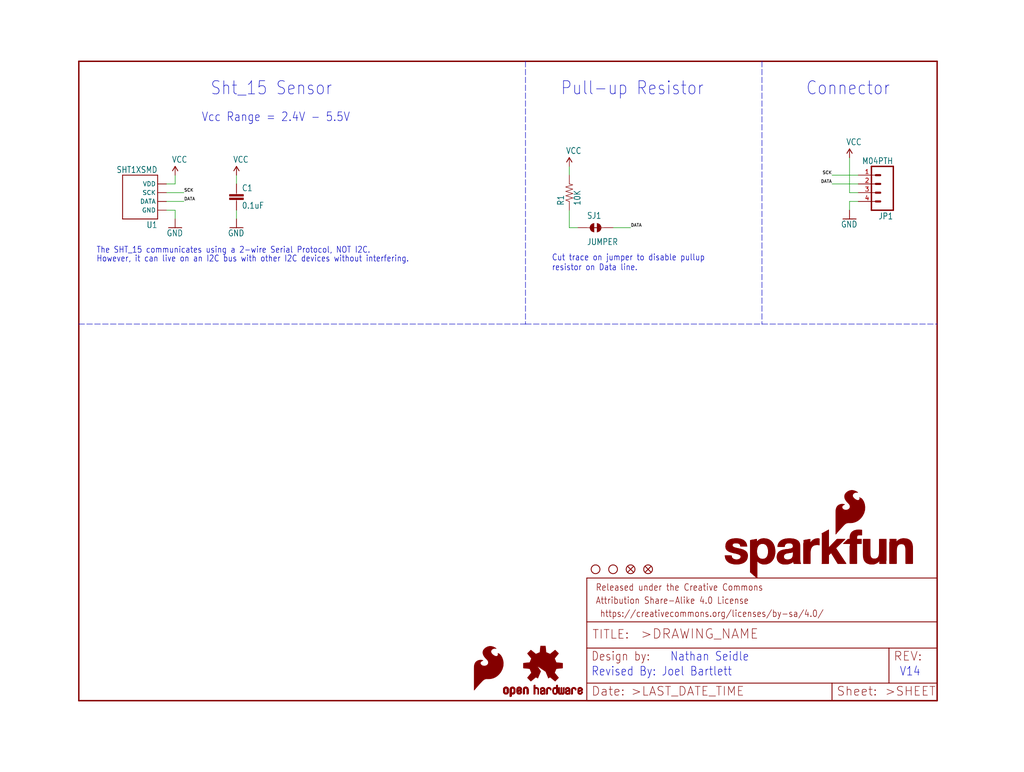
<source format=kicad_sch>
(kicad_sch (version 20211123) (generator eeschema)
  (paper "User" 297.002 223.926)
  (lib_symbols
    (symbol "eagleSchem-eagle-import:0.1UF-25V(+80{slash}-20%)(0603)"
      (property "Reference" "C" (at 1.524 2.921 0))
      (property "Value" "0.1UF-25V(+80{slash}-20%)(0603)" (at 1.524 -2.159 0))
      (symbol "0.1UF-25V(+80{slash}-20%)(0603)_1_0"
        (pin passive line (at 0 5.08 270) (length 2.54) (name "1") (number "1"))
        (pin passive line (at 0 -2.54 90) (length 2.54) (name "2") (number "2"))
      )
    )
    (symbol "eagleSchem-eagle-import:10KOHM-1{slash}10W-1%(0603)0603"
      (property "Reference" "R" (at -3.81 1.4986 0))
      (property "Value" "10KOHM-1{slash}10W-1%(0603)0603" (at -3.81 -3.302 0))
      (symbol "10KOHM-1{slash}10W-1%(0603)0603_1_0"
        (pin passive line (at -5.08 0 0) (length 2.54) (name "1") (number "1"))
        (pin passive line (at 5.08 0 180) (length 2.54) (name "2") (number "2"))
      )
    )
    (symbol "eagleSchem-eagle-import:FIDUCIAL1X2")
    (symbol "eagleSchem-eagle-import:FRAME-LETTER"
      (symbol "FRAME-LETTER_2_0"
        (text " https://creativecommons.org/licenses/by-sa/4.0/" (at 2.54 24.13 0) (effects (font (size 1.9304 1.6408)) (justify left bottom)))
        (text ">DRAWING_NAME" (at 15.494 17.78 0) (effects (font (size 2.7432 2.7432)) (justify left bottom)))
        (text ">LAST_DATE_TIME" (at 12.7 1.27 0) (effects (font (size 2.54 2.54)) (justify left bottom)))
        (text ">SHEET" (at 86.36 1.27 0) (effects (font (size 2.54 2.54)) (justify left bottom)))
        (text "Attribution Share-Alike 4.0 License" (at 2.54 27.94 0) (effects (font (size 1.9304 1.6408)) (justify left bottom)))
        (text "Date:" (at 1.27 1.27 0) (effects (font (size 2.54 2.54)) (justify left bottom)))
        (text "Design by:" (at 1.27 11.43 0) (effects (font (size 2.54 2.159)) (justify left bottom)))
        (text "Released under the Creative Commons" (at 2.54 31.75 0) (effects (font (size 1.9304 1.6408)) (justify left bottom)))
        (text "REV:" (at 88.9 11.43 0) (effects (font (size 2.54 2.54)) (justify left bottom)))
        (text "Sheet:" (at 72.39 1.27 0) (effects (font (size 2.54 2.54)) (justify left bottom)))
        (text "TITLE:" (at 1.524 17.78 0) (effects (font (size 2.54 2.54)) (justify left bottom)))
      )
    )
    (symbol "eagleSchem-eagle-import:GND" (power)
      (property "Value" "GND" (at -2.54 -2.54 0))
      (symbol "GND_1_0"
        (pin power_in line (at 0 2.54 270) (length 2.54) (name "GND") (number "1"))
      )
    )
    (symbol "eagleSchem-eagle-import:JUMPER-PAD-2-NC_BY_TRACE"
      (property "Reference" "SJ" (at -2.54 2.54 0))
      (property "Value" "JUMPER-PAD-2-NC_BY_TRACE" (at -2.54 -5.08 0))
      (symbol "JUMPER-PAD-2-NC_BY_TRACE_1_0"
        (pin passive line (at -5.08 0 0) (length 2.54) (name "1") (number "1"))
        (pin passive line (at 5.08 0 180) (length 2.54) (name "2") (number "2"))
      )
    )
    (symbol "eagleSchem-eagle-import:M04PTH"
      (property "Reference" "JP" (at -5.08 8.382 0))
      (property "Value" "M04PTH" (at -5.08 -7.62 0))
      (symbol "M04PTH_1_0"
        (pin passive line (at 5.08 -2.54 180) (length 5.08) (name "1") (number "1"))
        (pin passive line (at 5.08 0 180) (length 5.08) (name "2") (number "2"))
        (pin passive line (at 5.08 2.54 180) (length 5.08) (name "3") (number "3"))
        (pin passive line (at 5.08 5.08 180) (length 5.08) (name "4") (number "4"))
      )
    )
    (symbol "eagleSchem-eagle-import:OSHW-LOGOS")
    (symbol "eagleSchem-eagle-import:SFE_LOGO_FLAME.1_INCH")
    (symbol "eagleSchem-eagle-import:SFE_LOGO_NAME.1_INCH")
    (symbol "eagleSchem-eagle-import:SFE_LOGO_NAME_FLAME.1_INCH")
    (symbol "eagleSchem-eagle-import:SHT1XSMD"
      (property "Value" "SHT1XSMD" (at -5.08 -7.62 0))
      (symbol "SHT1XSMD_1_0"
        (pin power_in line (at -7.62 5.08 0) (length 2.54) (name "GND") (number "1"))
        (pin bidirectional line (at -7.62 2.54 0) (length 2.54) (name "DATA") (number "2"))
        (pin input line (at -7.62 0 0) (length 2.54) (name "SCK") (number "3"))
        (pin power_in line (at -7.62 -2.54 0) (length 2.54) (name "VDD") (number "4"))
      )
    )
    (symbol "eagleSchem-eagle-import:STAND-OFF")
    (symbol "eagleSchem-eagle-import:VCC" (power)
      (property "Value" "VCC" (at -1.016 3.556 0))
      (symbol "VCC_1_0"
        (pin power_in line (at 0 0 90) (length 2.54) (name "VCC") (number "1"))
      )
    )
  )
  (wire (pts (xy 68.58 63.5) (xy 68.58 60.96)))
  (wire (pts (xy 177.8 66.04) (xy 182.88 66.04)))
  (wire (pts (xy 246.38 58.42) (xy 246.38 60.96)))
  (wire (pts (xy 248.92 50.8) (xy 241.3 50.8)))
  (wire (pts (xy 248.92 55.88) (xy 246.38 55.88)))
  (wire (pts (xy 165.1 48.26) (xy 165.1 50.8)))
  (wire (pts (xy 50.8 53.34) (xy 50.8 50.8)))
  (polyline (pts (xy 152.4 17.78) (xy 152.4 93.98)))
  (wire (pts (xy 48.26 58.42) (xy 53.34 58.42)))
  (wire (pts (xy 48.26 60.96) (xy 50.8 60.96)))
  (polyline (pts (xy 220.98 17.78) (xy 220.98 93.98)))
  (wire (pts (xy 48.26 55.88) (xy 53.34 55.88)))
  (wire (pts (xy 165.1 66.04) (xy 167.64 66.04)))
  (wire (pts (xy 246.38 55.88) (xy 246.38 45.72)))
  (wire (pts (xy 50.8 60.96) (xy 50.8 63.5)))
  (polyline (pts (xy 152.4 93.98) (xy 220.98 93.98)))
  (wire (pts (xy 68.58 50.8) (xy 68.58 53.34)))
  (polyline (pts (xy 220.98 93.98) (xy 271.78 93.98)))
  (polyline (pts (xy 22.86 93.98) (xy 152.4 93.98)))
  (wire (pts (xy 248.92 58.42) (xy 246.38 58.42)))
  (wire (pts (xy 48.26 53.34) (xy 50.8 53.34)))
  (wire (pts (xy 165.1 60.96) (xy 165.1 66.04)))
  (wire (pts (xy 248.92 53.34) (xy 241.3 53.34)))
  (text "However, it can live on an I2C bus with other I2C devices without interfering." (at 27.94 76.2 0) (effects (font (size 1.778 1.5113)) (justify left bottom)))
  (text "Vcc Range = 2.4V - 5.5V" (at 58.42 35.56 180) (effects (font (size 2.54 2.159)) (justify left bottom)))
  (text "The SHT_15 communicates using a 2-wire Serial Protocol, NOT I2C." (at 27.94 73.66 0) (effects (font (size 1.778 1.5113)) (justify left bottom)))
  (text "V14" (at 260.858 196.342 180) (effects (font (size 2.54 2.159)) (justify left bottom)))
  (text "Cut trace on jumper to disable pullup\nresistor on Data line." (at 160.02 78.74 0) (effects (font (size 1.778 1.5113)) (justify left bottom)))
  (text "Pull-up Resistor" (at 162.56 27.94 180) (effects (font (size 3.81 3.2385)) (justify left bottom)))
  (text "Connector" (at 233.68 27.94 180) (effects (font (size 3.81 3.2385)) (justify left bottom)))
  (text "Sht_15 Sensor" (at 60.96 27.94 180) (effects (font (size 3.81 3.2385)) (justify left bottom)))
  (text "Nathan Seidle" (at 194.31 192.024 180) (effects (font (size 2.54 2.159)) (justify left bottom)))
  (text "Revised By: Joel Bartlett" (at 171.45 196.342 180) (effects (font (size 2.54 2.159)) (justify left bottom)))
  (label "DATA" (at 53.34 58.42 0) (effects (font (size 0.889 0.889))))
  (label "DATA" (at 241.3 53.34 180) (effects (font (size 0.889 0.889))))
  (label "SCK" (at 241.3 50.8 180) (effects (font (size 0.889 0.889))))
  (label "DATA" (at 182.88 66.04 0) (effects (font (size 0.889 0.889))))
  (label "SCK" (at 53.34 55.88 0) (effects (font (size 0.889 0.889))))
  (symbol (lib_id "eagleSchem-eagle-import:FIDUCIAL1X2") (at 182.88 165.1 0) (unit 1)
    (property "Reference" "FID1" (effects hide))
    (property "Value" "FIDUCIAL1X2" (effects hide))
    (property "Footprint" "eagleSchem:FIDUCIAL-1X2" (effects hide))
  )
  (symbol (lib_id "eagleSchem-eagle-import:VCC") (at 246.38 45.72 0) (unit 1)
    (property "Reference" "#P+4" (effects hide))
    (property "Value" "VCC" (at 245.364 42.164 0) (effects (font (size 1.778 1.5113)) (justify left bottom)))
    (property "Footprint" "eagleSchem:" (effects hide))
  )
  (symbol (lib_id "eagleSchem-eagle-import:FRAME-LETTER") (at 170.18 203.2 0) (unit 2)
    (property "Reference" "FRAME1" (effects hide))
    (property "Value" "FRAME-LETTER" (effects hide))
    (property "Footprint" "eagleSchem:CREATIVE_COMMONS" (effects hide))
  )
  (symbol (lib_id "eagleSchem-eagle-import:SFE_LOGO_NAME.1_INCH") (at 208.28 167.64 0) (unit 1)
    (property "Reference" "LOGO2" (effects hide))
    (property "Value" "SFE_LOGO_NAME.1_INCH" (effects hide))
    (property "Footprint" "eagleSchem:SFE_LOGO_NAME_.1" (effects hide))
  )
  (symbol (lib_id "eagleSchem-eagle-import:GND") (at 68.58 66.04 0) (unit 1)
    (property "Reference" "#GND3" (effects hide))
    (property "Value" "GND" (at 66.04 68.58 0) (effects (font (size 1.778 1.5113)) (justify left bottom)))
    (property "Footprint" "eagleSchem:" (effects hide))
  )
  (symbol (lib_id "eagleSchem-eagle-import:FRAME-LETTER") (at 22.86 203.2 0) (unit 1)
    (property "Reference" "FRAME1" (effects hide))
    (property "Value" "FRAME-LETTER" (effects hide))
    (property "Footprint" "eagleSchem:CREATIVE_COMMONS" (effects hide))
  )
  (symbol (lib_id "eagleSchem-eagle-import:10KOHM-1{slash}10W-1%(0603)0603") (at 165.1 55.88 90) (unit 1)
    (property "Reference" "R1" (at 163.6014 59.69 0) (effects (font (size 1.778 1.5113)) (justify left bottom)))
    (property "Value" "10K" (at 168.402 59.69 0) (effects (font (size 1.778 1.5113)) (justify left bottom)))
    (property "Footprint" "eagleSchem:0603-RES" (effects hide))
  )
  (symbol (lib_id "eagleSchem-eagle-import:STAND-OFF") (at 172.72 165.1 0) (unit 1)
    (property "Reference" "STANDOFF1" (effects hide))
    (property "Value" "STAND-OFF" (effects hide))
    (property "Footprint" "eagleSchem:STAND-OFF" (effects hide))
  )
  (symbol (lib_id "eagleSchem-eagle-import:0.1UF-25V(+80{slash}-20%)(0603)") (at 68.58 58.42 0) (unit 1)
    (property "Reference" "C1" (at 70.104 55.499 0) (effects (font (size 1.778 1.5113)) (justify left bottom)))
    (property "Value" "0.1uF" (at 70.104 60.579 0) (effects (font (size 1.778 1.5113)) (justify left bottom)))
    (property "Footprint" "eagleSchem:0603-CAP" (effects hide))
  )
  (symbol (lib_id "eagleSchem-eagle-import:GND") (at 246.38 63.5 0) (unit 1)
    (property "Reference" "#GND2" (effects hide))
    (property "Value" "GND" (at 243.84 66.04 0) (effects (font (size 1.778 1.5113)) (justify left bottom)))
    (property "Footprint" "eagleSchem:" (effects hide))
  )
  (symbol (lib_id "eagleSchem-eagle-import:SFE_LOGO_NAME_FLAME.1_INCH") (at 209.5754 168.021 0) (unit 1)
    (property "Reference" "LOGO5" (effects hide))
    (property "Value" "SFE_LOGO_NAME_FLAME.1_INCH" (effects hide))
    (property "Footprint" "eagleSchem:SFE_LOGO_NAME_FLAME_.1" (effects hide))
  )
  (symbol (lib_id "eagleSchem-eagle-import:VCC") (at 165.1 48.26 0) (unit 1)
    (property "Reference" "#P+2" (effects hide))
    (property "Value" "VCC" (at 164.084 44.704 0) (effects (font (size 1.778 1.5113)) (justify left bottom)))
    (property "Footprint" "eagleSchem:" (effects hide))
  )
  (symbol (lib_id "eagleSchem-eagle-import:VCC") (at 50.8 50.8 0) (unit 1)
    (property "Reference" "#P+3" (effects hide))
    (property "Value" "VCC" (at 49.784 47.244 0) (effects (font (size 1.778 1.5113)) (justify left bottom)))
    (property "Footprint" "eagleSchem:" (effects hide))
  )
  (symbol (lib_id "eagleSchem-eagle-import:STAND-OFF") (at 177.8 165.1 0) (unit 1)
    (property "Reference" "STANDOFF2" (effects hide))
    (property "Value" "STAND-OFF" (effects hide))
    (property "Footprint" "eagleSchem:STAND-OFF" (effects hide))
  )
  (symbol (lib_id "eagleSchem-eagle-import:FIDUCIAL1X2") (at 187.96 165.1 0) (unit 1)
    (property "Reference" "FID2" (effects hide))
    (property "Value" "FIDUCIAL1X2" (effects hide))
    (property "Footprint" "eagleSchem:FIDUCIAL-1X2" (effects hide))
  )
  (symbol (lib_id "eagleSchem-eagle-import:JUMPER-PAD-2-NC_BY_TRACE") (at 172.72 66.04 0) (unit 1)
    (property "Reference" "SJ1" (at 170.18 63.5 0) (effects (font (size 1.778 1.5113)) (justify left bottom)))
    (property "Value" "JUMPER" (at 170.18 71.12 0) (effects (font (size 1.778 1.5113)) (justify left bottom)))
    (property "Footprint" "eagleSchem:PAD-JUMPER-2-NC_BY_TRACE_YES_SILK" (effects hide))
  )
  (symbol (lib_id "eagleSchem-eagle-import:M04PTH") (at 254 53.34 180) (unit 1)
    (property "Reference" "JP1" (at 259.08 61.722 0) (effects (font (size 1.778 1.5113)) (justify left bottom)))
    (property "Value" "M04PTH" (at 259.08 45.72 0) (effects (font (size 1.778 1.5113)) (justify left bottom)))
    (property "Footprint" "eagleSchem:1X04" (effects hide))
  )
  (symbol (lib_id "eagleSchem-eagle-import:SHT1XSMD") (at 40.64 55.88 180) (unit 1)
    (property "Reference" "U1" (at 45.72 64.262 0) (effects (font (size 1.778 1.5113)) (justify left bottom)))
    (property "Value" "SHT1XSMD" (at 45.72 48.26 0) (effects (font (size 1.778 1.5113)) (justify left bottom)))
    (property "Footprint" "eagleSchem:SHT1X" (effects hide))
  )
  (symbol (lib_id "eagleSchem-eagle-import:SFE_LOGO_FLAME.1_INCH") (at 137.16 200.66 0) (unit 1)
    (property "Reference" "LOGO4" (effects hide))
    (property "Value" "SFE_LOGO_FLAME.1_INCH" (effects hide))
    (property "Footprint" "eagleSchem:SFE_LOGO_FLAME_.1" (effects hide))
  )
  (symbol (lib_id "eagleSchem-eagle-import:VCC") (at 68.58 50.8 0) (unit 1)
    (property "Reference" "#P+1" (effects hide))
    (property "Value" "VCC" (at 67.564 47.244 0) (effects (font (size 1.778 1.5113)) (justify left bottom)))
    (property "Footprint" "eagleSchem:" (effects hide))
  )
  (symbol (lib_id "eagleSchem-eagle-import:OSHW-LOGOS") (at 157.48 193.04 0) (unit 1)
    (property "Reference" "LOGO1" (effects hide))
    (property "Value" "OSHW-LOGOS" (effects hide))
    (property "Footprint" "eagleSchem:OSHW-LOGO-S" (effects hide))
  )
  (symbol (lib_id "eagleSchem-eagle-import:GND") (at 50.8 66.04 0) (unit 1)
    (property "Reference" "#GND1" (effects hide))
    (property "Value" "GND" (at 48.26 68.58 0) (effects (font (size 1.778 1.5113)) (justify left bottom)))
    (property "Footprint" "eagleSchem:" (effects hide))
  )
)
</source>
